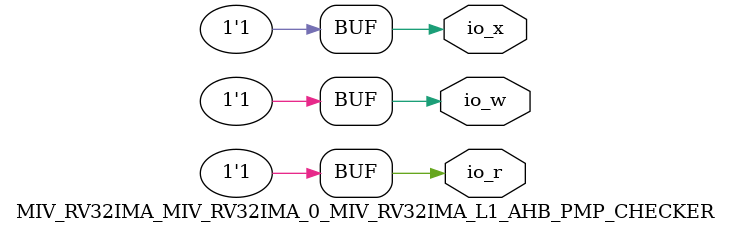
<source format=v>
`define RANDOMIZE
`timescale 1ns/10ps
module MIV_RV32IMA_MIV_RV32IMA_0_MIV_RV32IMA_L1_AHB_PMP_CHECKER(
  output  io_r,
  output  io_w,
  output  io_x
);
  assign io_r = 1'h1;
  assign io_w = 1'h1;
  assign io_x = 1'h1;
endmodule

</source>
